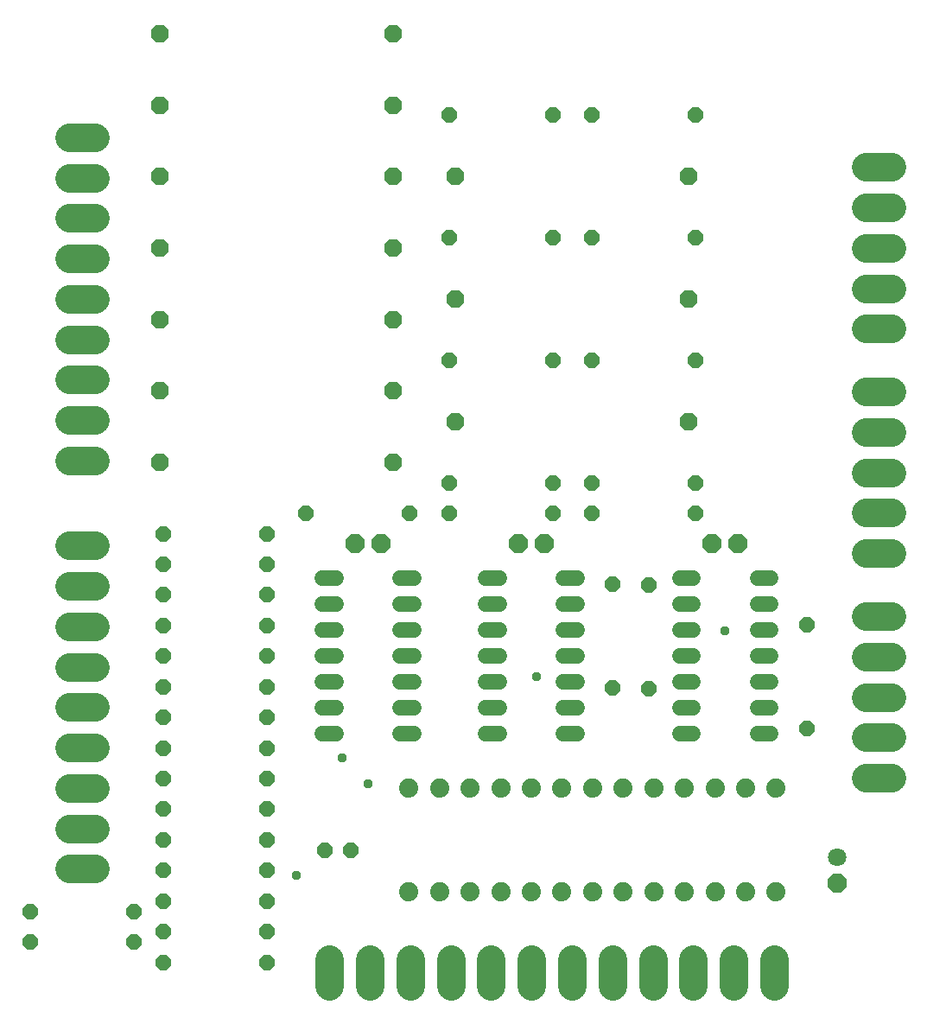
<source format=gbr>
G04 EAGLE Gerber RS-274X export*
G75*
%MOMM*%
%FSLAX34Y34*%
%LPD*%
%INSoldermask Top*%
%IPPOS*%
%AMOC8*
5,1,8,0,0,1.08239X$1,22.5*%
G01*
%ADD10P,1.951982X8X292.500000*%
%ADD11C,1.803400*%
%ADD12C,1.879600*%
%ADD13C,1.524000*%
%ADD14C,2.753200*%
%ADD15P,1.649562X8X202.500000*%
%ADD16P,1.869504X8X22.500000*%
%ADD17P,1.649562X8X22.500000*%
%ADD18P,1.869504X8X202.500000*%
%ADD19P,1.649562X8X292.500000*%
%ADD20P,1.649562X8X112.500000*%
%ADD21P,1.951982X8X202.500000*%
%ADD22C,0.959600*%


D10*
X970000Y187300D03*
D11*
X970000Y212700D03*
D12*
X550000Y179200D03*
X550000Y280800D03*
X820000Y179200D03*
X820000Y280800D03*
X850000Y179200D03*
X850000Y280800D03*
X880000Y179200D03*
X880000Y280800D03*
X910000Y179200D03*
X910000Y280800D03*
X580000Y179200D03*
X580000Y280800D03*
X610000Y179200D03*
X610000Y280800D03*
X640000Y179200D03*
X640000Y280800D03*
X670000Y179200D03*
X670000Y280800D03*
X700000Y179200D03*
X700000Y280800D03*
X730000Y179200D03*
X730000Y280800D03*
X760000Y280800D03*
X760000Y179200D03*
X790000Y280800D03*
X790000Y179200D03*
D13*
X554704Y333800D02*
X541496Y333800D01*
X541496Y359200D02*
X554704Y359200D01*
X554704Y486200D02*
X541496Y486200D01*
X478504Y486200D02*
X465296Y486200D01*
X541496Y384600D02*
X554704Y384600D01*
X554704Y410000D02*
X541496Y410000D01*
X541496Y460800D02*
X554704Y460800D01*
X554704Y435400D02*
X541496Y435400D01*
X478504Y460800D02*
X465296Y460800D01*
X465296Y435400D02*
X478504Y435400D01*
X478504Y410000D02*
X465296Y410000D01*
X465296Y384600D02*
X478504Y384600D01*
X478504Y359200D02*
X465296Y359200D01*
X465296Y333800D02*
X478504Y333800D01*
X701496Y333800D02*
X714704Y333800D01*
X714704Y359200D02*
X701496Y359200D01*
X701496Y486200D02*
X714704Y486200D01*
X638504Y486200D02*
X625296Y486200D01*
X701496Y384600D02*
X714704Y384600D01*
X714704Y410000D02*
X701496Y410000D01*
X701496Y460800D02*
X714704Y460800D01*
X714704Y435400D02*
X701496Y435400D01*
X638504Y460800D02*
X625296Y460800D01*
X625296Y435400D02*
X638504Y435400D01*
X638504Y410000D02*
X625296Y410000D01*
X625296Y384600D02*
X638504Y384600D01*
X638504Y359200D02*
X625296Y359200D01*
X625296Y333800D02*
X638504Y333800D01*
X891496Y333800D02*
X904704Y333800D01*
X904704Y359200D02*
X891496Y359200D01*
X891496Y486200D02*
X904704Y486200D01*
X828504Y486200D02*
X815296Y486200D01*
X891496Y384600D02*
X904704Y384600D01*
X904704Y410000D02*
X891496Y410000D01*
X891496Y460800D02*
X904704Y460800D01*
X904704Y435400D02*
X891496Y435400D01*
X828504Y460800D02*
X815296Y460800D01*
X815296Y435400D02*
X828504Y435400D01*
X828504Y410000D02*
X815296Y410000D01*
X815296Y384600D02*
X828504Y384600D01*
X828504Y359200D02*
X815296Y359200D01*
X815296Y333800D02*
X828504Y333800D01*
D14*
X242750Y918400D02*
X217250Y918400D01*
X217250Y878800D02*
X242750Y878800D01*
X242750Y839200D02*
X217250Y839200D01*
X217250Y799600D02*
X242750Y799600D01*
X242750Y760000D02*
X217250Y760000D01*
X217250Y720400D02*
X242750Y720400D01*
X242750Y680800D02*
X217250Y680800D01*
X217250Y641200D02*
X242750Y641200D01*
X242750Y601600D02*
X217250Y601600D01*
X217250Y518400D02*
X242750Y518400D01*
X242750Y478800D02*
X217250Y478800D01*
X217250Y439200D02*
X242750Y439200D01*
X242750Y399600D02*
X217250Y399600D01*
X217250Y360000D02*
X242750Y360000D01*
X242750Y320400D02*
X217250Y320400D01*
X217250Y280800D02*
X242750Y280800D01*
X242750Y241200D02*
X217250Y241200D01*
X217250Y201600D02*
X242750Y201600D01*
X472200Y112750D02*
X472200Y87250D01*
X511800Y87250D02*
X511800Y112750D01*
X551400Y112750D02*
X551400Y87250D01*
X591000Y87250D02*
X591000Y112750D01*
X630600Y112750D02*
X630600Y87250D01*
X670200Y87250D02*
X670200Y112750D01*
X709800Y112750D02*
X709800Y87250D01*
X749400Y87250D02*
X749400Y112750D01*
X789000Y112750D02*
X789000Y87250D01*
X828600Y87250D02*
X828600Y112750D01*
X868200Y112750D02*
X868200Y87250D01*
X907800Y87250D02*
X907800Y112750D01*
X997250Y290800D02*
X1022750Y290800D01*
X1022750Y330400D02*
X997250Y330400D01*
X997250Y370000D02*
X1022750Y370000D01*
X1022750Y409600D02*
X997250Y409600D01*
X997250Y449200D02*
X1022750Y449200D01*
X1022750Y510800D02*
X997250Y510800D01*
X997250Y550400D02*
X1022750Y550400D01*
X1022750Y590000D02*
X997250Y590000D01*
X997250Y629600D02*
X1022750Y629600D01*
X1022750Y669200D02*
X997250Y669200D01*
X997250Y730800D02*
X1022750Y730800D01*
X1022750Y770400D02*
X997250Y770400D01*
X997250Y810000D02*
X1022750Y810000D01*
X1022750Y849600D02*
X997250Y849600D01*
X997250Y889200D02*
X1022750Y889200D01*
D15*
X492700Y220000D03*
X467300Y220000D03*
D16*
X305700Y1020000D03*
X534300Y1020000D03*
D17*
X309200Y470000D03*
X410800Y470000D03*
X309200Y440000D03*
X410800Y440000D03*
X309200Y410000D03*
X410800Y410000D03*
X309200Y380000D03*
X410800Y380000D03*
X309200Y350000D03*
X410800Y350000D03*
X309200Y320000D03*
X410800Y320000D03*
X309200Y290000D03*
X410800Y290000D03*
X309200Y260000D03*
X410800Y260000D03*
X309200Y230000D03*
X410800Y230000D03*
X309200Y200000D03*
X410800Y200000D03*
D16*
X305700Y950000D03*
X534300Y950000D03*
D17*
X309200Y170000D03*
X410800Y170000D03*
X309200Y140000D03*
X410800Y140000D03*
X309200Y110000D03*
X410800Y110000D03*
X589200Y940000D03*
X690800Y940000D03*
D15*
X830800Y940000D03*
X729200Y940000D03*
D18*
X824300Y880000D03*
X595700Y880000D03*
D17*
X589200Y820000D03*
X690800Y820000D03*
D15*
X830800Y820000D03*
X729200Y820000D03*
D18*
X824300Y760000D03*
X595700Y760000D03*
D17*
X589200Y700000D03*
X690800Y700000D03*
D16*
X305700Y880000D03*
X534300Y880000D03*
D15*
X830800Y700000D03*
X729200Y700000D03*
D18*
X824300Y640000D03*
X595700Y640000D03*
D17*
X449200Y550000D03*
X550800Y550000D03*
X589200Y580000D03*
X690800Y580000D03*
X589200Y550000D03*
X690800Y550000D03*
X729200Y580000D03*
X830800Y580000D03*
D15*
X830800Y550000D03*
X729200Y550000D03*
D19*
X750000Y480800D03*
X750000Y379200D03*
X785500Y479300D03*
X785500Y377700D03*
D20*
X940000Y339200D03*
X940000Y440800D03*
D16*
X305700Y810000D03*
X534300Y810000D03*
D15*
X280800Y160000D03*
X179200Y160000D03*
X280800Y130000D03*
X179200Y130000D03*
D16*
X305700Y740000D03*
X534300Y740000D03*
X305700Y670000D03*
X534300Y670000D03*
X305700Y600000D03*
X534300Y600000D03*
D17*
X309200Y530000D03*
X410800Y530000D03*
X309200Y500000D03*
X410800Y500000D03*
D21*
X522700Y520000D03*
X497300Y520000D03*
X682700Y520000D03*
X657300Y520000D03*
X872700Y520000D03*
X847300Y520000D03*
D22*
X485000Y310000D03*
X510000Y285000D03*
X675000Y390000D03*
X440000Y195000D03*
X860000Y435000D03*
M02*

</source>
